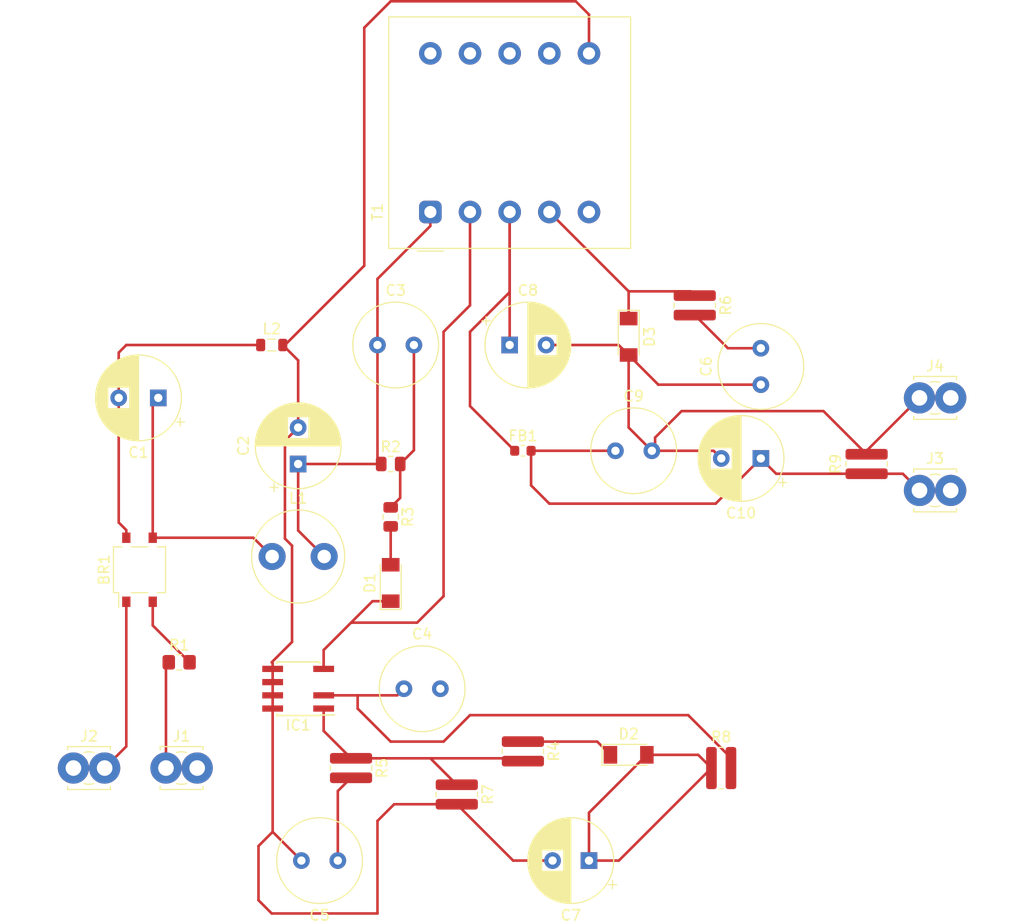
<source format=kicad_pcb>
(kicad_pcb (version 20211014) (generator pcbnew)
  (layers (0 "F.Cu" signal) (31 "B.Cu" signal) (34 "B.Paste" user) (35 "F.Paste" user) (36 "B.SilkS" user "B.Silkscreen") (37 "F.SilkS" user "F.Silkscreen") (38 "B.Mask" user) (39 "F.Mask" user) (44 "Edge.Cuts" user))
  (net 0 "")
  (net 1 "Net-(BR1-Pad1)")
  (net 2 "Net-(BR1-Pad2)")
  (net 3 "Net-(BR1-Pad3)")
  (net 4 "Net-(BR1-Pad4)")
  (net 5 "Net-(C2-Pad1)")
  (net 6 "Net-(C2-Pad2)")
  (net 7 "Net-(C3-Pad2)")
  (net 8 "Net-(C4-Pad1)")
  (net 9 "Net-(C5-Pad1)")
  (net 10 "GND")
  (net 11 "Net-(C6-Pad2)")
  (net 12 "Net-(C7-Pad1)")
  (net 13 "Net-(C8-Pad1)")
  (net 14 "Net-(C10-Pad1)")
  (net 15 "Net-(D1-Pad1)")
  (net 16 "Net-(D1-Pad2)")
  (net 17 "Net-(D2-Pad1)")
  (net 18 "Net-(D3-Pad1)")
  (net 19 "Net-(IC1-Pad1)")
  (net 20 "Net-(J1-Pad1)")
  (footprint "Resistor_SMD:R_0805_2012Metric" (layer "F.Cu") (at 88.9 81.28 -90)
    (fp_text reference "R3" (at 0 -1.65 90) (layer "F.SilkS"))
    (fp_text value "221E")
    (pad "1" smd roundrect (at -0.9125 0 270) (size 1.025 1.4) (layers "F.Cu" "F.Paste" "F.Mask") (roundrect_rratio 0.243902) (net 7 "Net-(C3-Pad2)"))
    (pad "2" smd roundrect (at 0.9125 0 270) (size 1.025 1.4) (layers "F.Cu" "F.Paste" "F.Mask") (roundrect_rratio 0.243902) (net 16 "Net-(D1-Pad2)"))
  )
  (footprint "Resistor_SMD:R_0815_2038Metric" (layer "F.Cu") (at 101.6 103.8075 -90)
    (fp_text reference "R4" (at 0 -2.98 90) (layer "F.SilkS"))
    (fp_text value "16K")
    (pad "1" smd roundrect (at -0.9375 0 270) (size 1.025 4.05) (layers "F.Cu" "F.Paste" "F.Mask") (roundrect_rratio 0.243902) (net 17 "Net-(D2-Pad1)"))
    (pad "2" smd roundrect (at 0.9375 0 270) (size 1.025 4.05) (layers "F.Cu" "F.Paste" "F.Mask") (roundrect_rratio 0.243902) (net 19 "Net-(IC1-Pad1)"))
  )
  (footprint "Resistor_SMD:R_0815_2038Metric" (layer "F.Cu") (at 118.11 60.96 -90)
    (fp_text reference "R6" (at 0 -2.98 90) (layer "F.SilkS"))
    (fp_text value "18E")
    (pad "1" smd roundrect (at -0.9375 0 270) (size 1.025 4.05) (layers "F.Cu" "F.Paste" "F.Mask") (roundrect_rratio 0.243902) (net 18 "Net-(D3-Pad1)"))
    (pad "2" smd roundrect (at 0.9375 0 270) (size 1.025 4.05) (layers "F.Cu" "F.Paste" "F.Mask") (roundrect_rratio 0.243902) (net 11 "Net-(C6-Pad2)"))
  )
  (footprint "TerminalBlock_MetzConnect:TerminalBlock_MetzConnect_360272_1x01_Horizontal_ScrewM2.6" (layer "F.Cu") (at 139.7 78.74)
    (fp_text reference "J3" (at 1.5 -3.06) (layer "F.SilkS"))
    (fp_text value "Screw_Terminal_01x01")
    (pad "1" thru_hole circle (at 3 0) (size 3 3) (drill 1.5) (layers *.Cu *.Mask) (net 14 "Net-(C10-Pad1)"))
    (pad "1" thru_hole circle (at 0 0) (size 3 3) (drill 1.5) (layers *.Cu *.Mask) (net 14 "Net-(C10-Pad1)"))
  )
  (footprint "Diode_SMD:D_MiniMELF" (layer "F.Cu") (at 111.76 63.98 -90)
    (fp_text reference "D3" (at 0 -2 90) (layer "F.SilkS"))
    (fp_text value "SS24-E3_52T")
    (pad "1" smd rect (at -1.75 0 270) (size 1.3 1.7) (layers "F.Cu" "F.Paste" "F.Mask") (net 18 "Net-(D3-Pad1)"))
    (pad "2" smd rect (at 1.75 0 270) (size 1.3 1.7) (layers "F.Cu" "F.Paste" "F.Mask") (net 10 "GND"))
  )
  (footprint "Diode_SMD:D_MiniMELF" (layer "F.Cu") (at 111.76 104.14)
    (fp_text reference "D2" (at 0 -2) (layer "F.SilkS"))
    (fp_text value "CGRM4007-G")
    (pad "1" smd rect (at -1.75 0) (size 1.3 1.7) (layers "F.Cu" "F.Paste" "F.Mask") (net 17 "Net-(D2-Pad1)"))
    (pad "2" smd rect (at 1.75 0) (size 1.3 1.7) (layers "F.Cu" "F.Paste" "F.Mask") (net 12 "Net-(C7-Pad1)"))
  )
  (footprint "Capacitor_THT:CP_Radial_D8.0mm_P3.50mm" (layer "F.Cu") (at 80.01 76.2 90)
    (fp_text reference "C2" (at 1.75 -5.25 90) (layer "F.SilkS"))
    (fp_text value "4.7uF 400V")
    (pad "1" thru_hole rect (at 0 0 90) (size 1.6 1.6) (drill 0.8) (layers *.Cu *.Mask) (net 5 "Net-(C2-Pad1)"))
    (pad "2" thru_hole circle (at 3.5 0 90) (size 1.6 1.6) (drill 0.8) (layers *.Cu *.Mask) (net 6 "Net-(C2-Pad2)"))
  )
  (footprint "TerminalBlock_MetzConnect:TerminalBlock_MetzConnect_360272_1x01_Horizontal_ScrewM2.6" (layer "F.Cu") (at 139.7 69.85)
    (fp_text reference "J4" (at 1.5 -3.06) (layer "F.SilkS"))
    (fp_text value "Screw_Terminal_01x01")
    (pad "1" thru_hole circle (at 0 0) (size 3 3) (drill 1.5) (layers *.Cu *.Mask) (net 10 "GND"))
    (pad "1" thru_hole circle (at 3 0) (size 3 3) (drill 1.5) (layers *.Cu *.Mask) (net 10 "GND"))
  )
  (footprint "Package_TO_SOT_SMD:TO-269AA" (layer "F.Cu") (at 64.77 86.36 90)
    (fp_text reference "BR1" (at 0 -3.4 90) (layer "F.SilkS"))
    (fp_text value "MB6S-TP")
    (pad "1" smd rect (at -3.075 -1.27 90) (size 1 0.8) (layers "F.Cu" "F.Paste" "F.Mask") (net 1 "Net-(BR1-Pad1)"))
    (pad "2" smd rect (at -3.075 1.27 90) (size 1 0.8) (layers "F.Cu" "F.Paste" "F.Mask") (net 2 "Net-(BR1-Pad2)"))
    (pad "3" smd rect (at 3.075 1.27 90) (size 1 0.8) (layers "F.Cu" "F.Paste" "F.Mask") (net 3 "Net-(BR1-Pad3)"))
    (pad "4" smd rect (at 3.075 -1.27 90) (size 1 0.8) (layers "F.Cu" "F.Paste" "F.Mask") (net 4 "Net-(BR1-Pad4)"))
  )
  (footprint "TerminalBlock_MetzConnect:TerminalBlock_MetzConnect_360272_1x01_Horizontal_ScrewM2.6" (layer "F.Cu") (at 58.42 105.41)
    (fp_text reference "J2" (at 1.5 -3.06) (layer "F.SilkS"))
    (fp_text value "Screw_Terminal_01x01")
    (pad "1" thru_hole circle (at 0 0) (size 3 3) (drill 1.5) (layers *.Cu *.Mask) (net 1 "Net-(BR1-Pad1)"))
    (pad "1" thru_hole circle (at 3 0) (size 3 3) (drill 1.5) (layers *.Cu *.Mask) (net 1 "Net-(BR1-Pad1)"))
  )
  (footprint "Capacitor_THT:C_Radial_D8.0mm_H7.0mm_P3.50mm" (layer "F.Cu") (at 83.82 114.3 180)
    (fp_text reference "C5" (at 1.75 -5.25) (layer "F.SilkS"))
    (fp_text value "330pF 50V")
    (pad "1" thru_hole circle (at 0 0 180) (size 1.6 1.6) (drill 0.8) (layers *.Cu *.Mask) (net 9 "Net-(C5-Pad1)"))
    (pad "2" thru_hole circle (at 3.5 0 180) (size 1.6 1.6) (drill 0.8) (layers *.Cu *.Mask) (net 6 "Net-(C2-Pad2)"))
  )
  (footprint "Capacitor_THT:CP_Radial_D8.0mm_P3.80mm" (layer "F.Cu") (at 124.46 75.667349 180)
    (fp_text reference "C10" (at 1.9 -5.25) (layer "F.SilkS"))
    (fp_text value "1nF 50V")
    (pad "1" thru_hole rect (at 0 0 180) (size 1.6 1.6) (drill 0.8) (layers *.Cu *.Mask) (net 14 "Net-(C10-Pad1)"))
    (pad "2" thru_hole circle (at 3.8 0 180) (size 1.6 1.6) (drill 0.8) (layers *.Cu *.Mask) (net 10 "GND"))
  )
  (footprint "Package_SO:PowerIntegrations_SO-8C" (layer "F.Cu") (at 80.01 97.79 180)
    (fp_text reference "IC1" (at 0 -3.5) (layer "F.SilkS"))
    (fp_text value "LNK625DG")
    (pad "1" smd rect (at -2.45 -1.905 180) (size 2 0.6) (layers "F.Cu" "F.Paste" "F.Mask") (net 19 "Net-(IC1-Pad1)"))
    (pad "2" smd rect (at -2.45 -0.635 180) (size 2 0.6) (layers "F.Cu" "F.Paste" "F.Mask") (net 8 "Net-(C4-Pad1)"))
    (pad "4" smd rect (at -2.45 1.905 180) (size 2 0.6) (layers "F.Cu" "F.Paste" "F.Mask") (net 15 "Net-(D1-Pad1)"))
    (pad "5" smd rect (at 2.45 1.905 180) (size 2 0.6) (layers "F.Cu" "F.Paste" "F.Mask") (net 6 "Net-(C2-Pad2)"))
    (pad "6" smd rect (at 2.45 0.635 180) (size 2 0.6) (layers "F.Cu" "F.Paste" "F.Mask") (net 6 "Net-(C2-Pad2)"))
    (pad "7" smd rect (at 2.45 -0.635 180) (size 2 0.6) (layers "F.Cu" "F.Paste" "F.Mask") (net 6 "Net-(C2-Pad2)"))
    (pad "8" smd rect (at 2.45 -1.905 180) (size 2 0.6) (layers "F.Cu" "F.Paste" "F.Mask") (net 6 "Net-(C2-Pad2)"))
  )
  (footprint "Transformer_THT:Transformer_Wuerth_750343373" (layer "F.Cu") (at 92.71 51.9925 90)
    (fp_text reference "T1" (at 0 -5.08 90) (layer "F.SilkS"))
    (fp_text value "EE13")
    (pad "1" thru_hole roundrect (at 0 0 90) (size 2.17 2.17) (drill 1.17) (layers *.Cu *.Mask) (net 5 "Net-(C2-Pad1)"))
    (pad "2" thru_hole circle (at 0 3.81 90) (size 2.17 2.17) (drill 1.17) (layers *.Cu *.Mask) (net 15 "Net-(D1-Pad1)"))
    (pad "3" thru_hole circle (at 0 7.62 90) (size 2.17 2.17) (drill 1.17) (layers *.Cu *.Mask) (net 13 "Net-(C8-Pad1)"))
    (pad "4" thru_hole circle (at 0 11.43 90) (size 2.17 2.17) (drill 1.17) (layers *.Cu *.Mask) (net 18 "Net-(D3-Pad1)"))
    (pad "5" thru_hole circle (at 0 15.24 90) (size 2.17 2.17) (drill 1.17) (layers *.Cu *.Mask) (net 17 "Net-(D2-Pad1)"))
    (pad "6" thru_hole circle (at 15.24 15.24 90) (size 2.17 2.17) (drill 1.17) (layers *.Cu *.Mask) (net 6 "Net-(C2-Pad2)"))
    (pad "7" thru_hole circle (at 15.24 11.43 90) (size 2.17 2.17) (drill 1.17) (layers *.Cu *.Mask))
    (pad "8" thru_hole circle (at 15.24 7.62 90) (size 2.17 2.17) (drill 1.17) (layers *.Cu *.Mask))
    (pad "9" thru_hole circle (at 15.24 3.81 90) (size 2.17 2.17) (drill 1.17) (layers *.Cu *.Mask))
    (pad "10" thru_hole circle (at 15.24 0 90) (size 2.17 2.17) (drill 1.17) (layers *.Cu *.Mask))
  )
  (footprint "Resistor_SMD:R_0815_2038Metric" (layer "F.Cu") (at 85.09 105.41 -90)
    (fp_text reference "R5" (at 0 -2.98 90) (layer "F.SilkS"))
    (fp_text value "105K")
    (pad "1" smd roundrect (at -0.9375 0 270) (size 1.025 4.05) (layers "F.Cu" "F.Paste" "F.Mask") (roundrect_rratio 0.243902) (net 19 "Net-(IC1-Pad1)"))
    (pad "2" smd roundrect (at 0.9375 0 270) (size 1.025 4.05) (layers "F.Cu" "F.Paste" "F.Mask") (roundrect_rratio 0.243902) (net 9 "Net-(C5-Pad1)"))
  )
  (footprint "Inductor_SMD:L_0805_2012Metric" (layer "F.Cu") (at 77.47 64.77)
    (fp_text reference "L2" (at 0 -1.55) (layer "F.SilkS"))
    (fp_text value "4.7 uH")
    (pad "1" smd roundrect (at -1.0625 0) (size 0.875 1.2) (layers "F.Cu" "F.Paste" "F.Mask") (net 4 "Net-(BR1-Pad4)"))
    (pad "2" smd roundrect (at 1.0625 0) (size 0.875 1.2) (layers "F.Cu" "F.Paste" "F.Mask") (net 6 "Net-(C2-Pad2)"))
  )
  (footprint "Capacitor_THT:CP_Radial_D8.0mm_P3.50mm" (layer "F.Cu") (at 107.95 114.3 180)
    (fp_text reference "C7" (at 1.75 -5.25) (layer "F.SilkS"))
    (fp_text value "10uF 25V")
    (pad "1" thru_hole rect (at 0 0 180) (size 1.6 1.6) (drill 0.8) (layers *.Cu *.Mask) (net 12 "Net-(C7-Pad1)"))
    (pad "2" thru_hole circle (at 3.5 0 180) (size 1.6 1.6) (drill 0.8) (layers *.Cu *.Mask) (net 6 "Net-(C2-Pad2)"))
  )
  (footprint "Capacitor_THT:C_Radial_D8.0mm_H7.0mm_P3.50mm" (layer "F.Cu") (at 110.49 74.93)
    (fp_text reference "C9" (at 1.75 -5.25) (layer "F.SilkS"))
    (fp_text value "100uF 10V")
    (pad "1" thru_hole circle (at 0 0) (size 1.6 1.6) (drill 0.8) (layers *.Cu *.Mask) (net 14 "Net-(C10-Pad1)"))
    (pad "2" thru_hole circle (at 3.5 0) (size 1.6 1.6) (drill 0.8) (layers *.Cu *.Mask) (net 10 "GND"))
  )
  (footprint "Capacitor_THT:CP_Radial_D8.0mm_P3.80mm" (layer "F.Cu") (at 66.572651 69.85 180)
    (fp_text reference "C1" (at 1.9 -5.25) (layer "F.SilkS"))
    (fp_text value "4.7uF 400V")
    (pad "1" thru_hole rect (at 0 0 180) (size 1.6 1.6) (drill 0.8) (layers *.Cu *.Mask) (net 3 "Net-(BR1-Pad3)"))
    (pad "2" thru_hole circle (at 3.8 0 180) (size 1.6 1.6) (drill 0.8) (layers *.Cu *.Mask) (net 4 "Net-(BR1-Pad4)"))
  )
  (footprint "Capacitor_THT:CP_Radial_D8.0mm_P3.50mm" (layer "F.Cu") (at 100.33 64.77)
    (fp_text reference "C8" (at 1.75 -5.25) (layer "F.SilkS"))
    (fp_text value "470uF 10V")
    (pad "1" thru_hole rect (at 0 0) (size 1.6 1.6) (drill 0.8) (layers *.Cu *.Mask) (net 13 "Net-(C8-Pad1)"))
    (pad "2" thru_hole circle (at 3.5 0) (size 1.6 1.6) (drill 0.8) (layers *.Cu *.Mask) (net 10 "GND"))
  )
  (footprint "Resistor_SMD:R_0815_2038Metric" (layer "F.Cu") (at 120.65 105.41)
    (fp_text reference "R8" (at 0 -2.98) (layer "F.SilkS"))
    (fp_text value "3.92K")
    (pad "1" smd roundrect (at -0.9375 0) (size 1.025 4.05) (layers "F.Cu" "F.Paste" "F.Mask") (roundrect_rratio 0.243902) (net 12 "Net-(C7-Pad1)"))
    (pad "2" smd roundrect (at 0.9375 0) (size 1.025 4.05) (layers "F.Cu" "F.Paste" "F.Mask") (roundrect_rratio 0.243902) (net 8 "Net-(C4-Pad1)"))
  )
  (footprint "Inductor_SMD:L_0603_1608Metric" (layer "F.Cu") (at 101.6 74.93)
    (fp_text reference "FB1" (at 0 -1.43) (layer "F.SilkS"))
    (fp_text value "FerriteBead_Small")
    (pad "1" smd roundrect (at -0.7875 0) (size 0.875 0.95) (layers "F.Cu" "F.Paste" "F.Mask") (net 13 "Net-(C8-Pad1)"))
    (pad "2" smd roundrect (at 0.7875 0) (size 0.875 0.95) (layers "F.Cu" "F.Paste" "F.Mask") (net 14 "Net-(C10-Pad1)"))
  )
  (footprint "Diode_SMD:D_MiniMELF" (layer "F.Cu") (at 88.9 87.63 90)
    (fp_text reference "D1" (at 0 -2 90) (layer "F.SilkS"))
    (fp_text value "CGRM4007-G")
    (pad "1" smd rect (at -1.75 0 90) (size 1.3 1.7) (layers "F.Cu" "F.Paste" "F.Mask") (net 15 "Net-(D1-Pad1)"))
    (pad "2" smd rect (at 1.75 0 90) (size 1.3 1.7) (layers "F.Cu" "F.Paste" "F.Mask") (net 16 "Net-(D1-Pad2)"))
  )
  (footprint "Capacitor_THT:C_Radial_D8.0mm_H7.0mm_P3.50mm" (layer "F.Cu") (at 90.17 97.79)
    (fp_text reference "C4" (at 1.75 -5.25) (layer "F.SilkS"))
    (fp_text value "1uF 50V")
    (pad "1" thru_hole circle (at 0 0) (size 1.6 1.6) (drill 0.8) (layers *.Cu *.Mask) (net 8 "Net-(C4-Pad1)"))
    (pad "2" thru_hole circle (at 3.5 0) (size 1.6 1.6) (drill 0.8) (layers *.Cu *.Mask) (net 6 "Net-(C2-Pad2)"))
  )
  (footprint "Resistor_SMD:R_0805_2012Metric" (layer "F.Cu") (at 88.9 76.2)
    (fp_text reference "R2" (at 0 -1.65) (layer "F.SilkS"))
    (fp_text value "180K")
    (pad "1" smd roundrect (at -0.9125 0) (size 1.025 1.4) (layers "F.Cu" "F.Paste" "F.Mask") (roundrect_rratio 0.243902) (net 5 "Net-(C2-Pad1)"))
    (pad "2" smd roundrect (at 0.9125 0) (size 1.025 1.4) (layers "F.Cu" "F.Paste" "F.Mask") (roundrect_rratio 0.243902) (net 7 "Net-(C3-Pad2)"))
  )
  (footprint "Inductor_THT:L_Radial_D8.7mm_P5.00mm_Fastron_07HCP" (layer "F.Cu") (at 77.51 85.09)
    (fp_text reference "L1" (at 2.5 -5.6) (layer "F.SilkS"))
    (fp_text value "1.2 mH")
    (pad "1" thru_hole circle (at 0 0) (size 2.6 2.6) (drill 1.3) (layers *.Cu *.Mask) (net 3 "Net-(BR1-Pad3)"))
    (pad "2" thru_hole circle (at 5 0) (size 2.6 2.6) (drill 1.3) (layers *.Cu *.Mask) (net 5 "Net-(C2-Pad1)"))
  )
  (footprint "Resistor_SMD:R_0805_2012Metric_Pad1.20x1.40mm_HandSolder" (layer "F.Cu") (at 68.58 95.25)
    (fp_text reference "R1" (at 0 -1.65) (layer "F.SilkS"))
    (fp_text value "0805--10E")
    (pad "1" smd roundrect (at -1 0) (size 1.2 1.4) (layers "F.Cu" "F.Paste" "F.Mask") (roundrect_rratio 0.208333) (net 20 "Net-(J1-Pad1)"))
    (pad "2" smd roundrect (at 1 0) (size 1.2 1.4) (layers "F.Cu" "F.Paste" "F.Mask") (roundrect_rratio 0.208333) (net 2 "Net-(BR1-Pad2)"))
  )
  (footprint "Capacitor_THT:C_Radial_D8.0mm_H7.0mm_P3.50mm" (layer "F.Cu") (at 87.63 64.77)
    (fp_text reference "C3" (at 1.75 -5.25) (layer "F.SilkS"))
    (fp_text value "1nF 250V")
    (pad "1" thru_hole circle (at 0 0) (size 1.6 1.6) (drill 0.8) (layers *.Cu *.Mask) (net 5 "Net-(C2-Pad1)"))
    (pad "2" thru_hole circle (at 3.5 0) (size 1.6 1.6) (drill 0.8) (layers *.Cu *.Mask) (net 7 "Net-(C3-Pad2)"))
  )
  (footprint "Capacitor_THT:C_Radial_D8.0mm_H7.0mm_P3.50mm" (layer "F.Cu") (at 124.46 68.58 90)
    (fp_text reference "C6" (at 1.75 -5.25 90) (layer "F.SilkS"))
    (fp_text value "1nF 50V")
    (pad "1" thru_hole circle (at 0 0 90) (size 1.6 1.6) (drill 0.8) (layers *.Cu *.Mask) (net 10 "GND"))
    (pad "2" thru_hole circle (at 3.5 0 90) (size 1.6 1.6) (drill 0.8) (layers *.Cu *.Mask) (net 11 "Net-(C6-Pad2)"))
  )
  (footprint "Resistor_SMD:R_0815_2038Metric" (layer "F.Cu") (at 134.62 76.2 90)
    (fp_text reference "R9" (at 0 -2.98 90) (layer "F.SilkS"))
    (fp_text value "909E")
    (pad "1" smd roundrect (at -0.9375 0 90) (size 1.025 4.05) (layers "F.Cu" "F.Paste" "F.Mask") (roundrect_rratio 0.243902) (net 14 "Net-(C10-Pad1)"))
    (pad "2" smd roundrect (at 0.9375 0 90) (size 1.025 4.05) (layers "F.Cu" "F.Paste" "F.Mask") (roundrect_rratio 0.243902) (net 10 "GND"))
  )
  (footprint "TerminalBlock_MetzConnect:TerminalBlock_MetzConnect_360272_1x01_Horizontal_ScrewM2.6" (layer "F.Cu") (at 67.31 105.41)
    (fp_text reference "J1" (at 1.5 -3.06) (layer "F.SilkS"))
    (fp_text value "Screw_Terminal_01x01")
    (pad "1" thru_hole circle (at 0 0) (size 3 3) (drill 1.5) (layers *.Cu *.Mask) (net 20 "Net-(J1-Pad1)"))
    (pad "1" thru_hole circle (at 3 0) (size 3 3) (drill 1.5) (layers *.Cu *.Mask) (net 20 "Net-(J1-Pad1)"))
  )
  (footprint "Resistor_SMD:R_0815_2038Metric" (layer "F.Cu") (at 95.25 107.95 -90)
    (fp_text reference "R7" (at 0 -2.98 90) (layer "F.SilkS"))
    (fp_text value "4.7K")
    (pad "1" smd roundrect (at -0.9375 0 270) (size 1.025 4.05) (layers "F.Cu" "F.Paste" "F.Mask") (roundrect_rratio 0.243902) (net 19 "Net-(IC1-Pad1)"))
    (pad "2" smd roundrect (at 0.9375 0 270) (size 1.025 4.05) (layers "F.Cu" "F.Paste" "F.Mask") (roundrect_rratio 0.243902) (net 6 "Net-(C2-Pad2)"))
  )
  (segment (start 63.5 103.33) (end 61.42 105.41) (width 0.25) (layer "F.Cu") (net 1))
  (segment (start 63.5 89.435) (end 63.5 103.33) (width 0.25) (layer "F.Cu") (net 1))
  (segment (start 66.04 91.71) (end 69.58 95.25) (width 0.25) (layer "F.Cu") (net 2))
  (segment (start 66.04 89.435) (end 66.04 91.71) (width 0.25) (layer "F.Cu") (net 2))
  (segment (start 66.04 70.382651) (end 66.572651 69.85) (width 0.25) (layer "F.Cu") (net 3))
  (segment (start 66.04 83.285) (end 66.04 70.382651) (width 0.25) (layer "F.Cu") (net 3))
  (segment (start 77.51 85.09) (end 75.705 83.285) (width 0.25) (layer "F.Cu") (net 3))
  (segment (start 75.705 83.285) (end 66.04 83.285) (width 0.25) (layer "F.Cu") (net 3))
  (segment (start 62.772651 69.85) (end 62.772651 65.497349) (width 0.25) (layer "F.Cu") (net 4))
  (segment (start 62.772651 65.497349) (end 63.5 64.77) (width 0.25) (layer "F.Cu") (net 4))
  (segment (start 63.5 64.77) (end 76.4075 64.77) (width 0.25) (layer "F.Cu") (net 4))
  (segment (start 62.772651 69.85) (end 62.772651 81.822651) (width 0.25) (layer "F.Cu") (net 4))
  (segment (start 62.772651 81.822651) (end 63.5 82.55) (width 0.25) (layer "F.Cu") (net 4))
  (segment (start 63.5 82.55) (end 63.5 83.285) (width 0.25) (layer "F.Cu") (net 4))
  (segment (start 92.71 53.34) (end 92.71 51.9925) (width 0.25) (layer "F.Cu") (net 5))
  (segment (start 87.63 75.8425) (end 87.63 64.77) (width 0.25) (layer "F.Cu") (net 5))
  (segment (start 87.9875 76.2) (end 87.63 75.8425) (width 0.25) (layer "F.Cu") (net 5))
  (segment (start 80.01 82.59) (end 82.51 85.09) (width 0.25) (layer "F.Cu") (net 5))
  (segment (start 87.63 58.42) (end 92.71 53.34) (width 0.25) (layer "F.Cu") (net 5))
  (segment (start 87.63 58.42) (end 87.63 64.77) (width 0.25) (layer "F.Cu") (net 5))
  (segment (start 80.01 76.2) (end 87.9875 76.2) (width 0.25) (layer "F.Cu") (net 5))
  (segment (start 80.01 76.2) (end 80.01 82.59) (width 0.25) (layer "F.Cu") (net 5))
  (segment (start 80.01 66.2475) (end 80.01 72.7) (width 0.25) (layer "F.Cu") (net 6))
  (segment (start 104.45 114.3) (end 100.6625 114.3) (width 0.25) (layer "F.Cu") (net 6))
  (segment (start 95.25 108.8875) (end 89.2325 108.8875) (width 0.25) (layer "F.Cu") (net 6))
  (segment (start 106.68 31.75) (end 88.9 31.75) (width 0.25) (layer "F.Cu") (net 6))
  (segment (start 77.47 119.38) (end 76.2 118.11) (width 0.25) (layer "F.Cu") (net 6))
  (segment (start 107.95 33.02) (end 106.68 31.75) (width 0.25) (layer "F.Cu") (net 6))
  (segment (start 88.9 31.75) (end 86.36 34.29) (width 0.25) (layer "F.Cu") (net 6))
  (segment (start 100.6625 114.3) (end 95.25 108.8875) (width 0.25) (layer "F.Cu") (net 6))
  (segment (start 77.56 99.695) (end 77.56 111.54) (width 0.25) (layer "F.Cu") (net 6))
  (segment (start 77.56 95.34) (end 77.56 99.695) (width 0.25) (layer "F.Cu") (net 6))
  (segment (start 76.2 118.11) (end 76.2 112.9) (width 0.25) (layer "F.Cu") (net 6))
  (segment (start 79.420707 93.299293) (end 77.47 95.25) (width 0.25) (layer "F.Cu") (net 6))
  (segment (start 78.74 73.97) (end 78.74 83.364292) (width 0.25) (layer "F.Cu") (net 6))
  (segment (start 107.95 36.7525) (end 107.95 33.02) (width 0.25) (layer "F.Cu") (net 6))
  (segment (start 78.74 64.77) (end 78.5325 64.77) (width 0.25) (layer "F.Cu") (net 6))
  (segment (start 80.01 72.7) (end 78.74 73.97) (width 0.25) (layer "F.Cu") (net 6))
  (segment (start 89.2325 108.8875) (end 87.63 110.49) (width 0.25) (layer "F.Cu") (net 6))
  (segment (start 87.63 110.49) (end 87.63 119.38) (width 0.25) (layer "F.Cu") (net 6))
  (segment (start 86.36 34.29) (end 86.36 57.15) (width 0.25) (layer "F.Cu") (net 6))
  (segment (start 77.56 111.54) (end 80.32 114.3) (width 0.25) (layer "F.Cu") (net 6))
  (segment (start 77.47 95.25) (end 77.56 95.34) (width 0.25) (layer "F.Cu") (net 6))
  (segment (start 87.63 119.38) (end 77.47 119.38) (width 0.25) (layer "F.Cu") (net 6))
  (segment (start 86.36 57.15) (end 78.74 64.77) (width 0.25) (layer "F.Cu") (net 6))
  (segment (start 76.2 112.9) (end 77.56 111.54) (width 0.25) (layer "F.Cu") (net 6))
  (segment (start 78.5325 64.77) (end 80.01 66.2475) (width 0.25) (layer "F.Cu") (net 6))
  (segment (start 79.420707 84.044999) (end 79.420707 93.299293) (width 0.25) (layer "F.Cu") (net 6))
  (segment (start 78.74 83.364292) (end 79.420707 84.044999) (width 0.25) (layer "F.Cu") (net 6))
  (segment (start 91.13 64.77) (end 91.13 74.8825) (width 0.25) (layer "F.Cu") (net 7))
  (segment (start 91.13 74.8825) (end 89.8125 76.2) (width 0.25) (layer "F.Cu") (net 7))
  (segment (start 89.8125 79.455) (end 88.9 80.3675) (width 0.25) (layer "F.Cu") (net 7))
  (segment (start 89.8125 76.2) (end 89.8125 79.455) (width 0.25) (layer "F.Cu") (net 7))
  (segment (start 88.9 102.87) (end 85.725 99.695) (width 0.25) (layer "F.Cu") (net 8))
  (segment (start 93.98 102.87) (end 88.9 102.87) (width 0.25) (layer "F.Cu") (net 8))
  (segment (start 85.725 99.695) (end 85.725 98.425) (width 0.25) (layer "F.Cu") (net 8))
  (segment (start 96.52 100.33) (end 93.98 102.87) (width 0.25) (layer "F.Cu") (net 8))
  (segment (start 85.725 98.425) (end 89.535 98.425) (width 0.25) (layer "F.Cu") (net 8))
  (segment (start 121.5875 104.434327) (end 117.483173 100.33) (width 0.25) (layer "F.Cu") (net 8))
  (segment (start 82.46 98.425) (end 85.725 98.425) (width 0.25) (layer "F.Cu") (net 8))
  (segment (start 117.483173 100.33) (end 96.52 100.33) (width 0.25) (layer "F.Cu") (net 8))
  (segment (start 121.5875 105.41) (end 121.5875 104.434327) (width 0.25) (layer "F.Cu") (net 8))
  (segment (start 89.535 98.425) (end 90.17 97.79) (width 0.25) (layer "F.Cu") (net 8))
  (segment (start 83.82 107.6175) (end 85.09 106.3475) (width 0.25) (layer "F.Cu") (net 9))
  (segment (start 83.82 114.3) (end 83.82 107.6175) (width 0.25) (layer "F.Cu") (net 9))
  (segment (start 103.83 64.77) (end 110.8 64.77) (width 0.25) (layer "F.Cu") (net 10))
  (segment (start 111.76 65.73) (end 111.76 72.7) (width 0.25) (layer "F.Cu") (net 10))
  (segment (start 134.62 74.93) (end 139.7 69.85) (width 0.25) (layer "F.Cu") (net 10))
  (segment (start 110.8 64.77) (end 111.76 65.73) (width 0.25) (layer "F.Cu") (net 10))
  (segment (start 114.61 68.58) (end 111.76 65.73) (width 0.25) (layer "F.Cu") (net 10))
  (segment (start 134.62 75.2625) (end 130.4775 71.12) (width 0.25) (layer "F.Cu") (net 10))
  (segment (start 114.3 73.66) (end 114.3 74.93) (width 0.25) (layer "F.Cu") (net 10))
  (segment (start 134.62 75.2625) (end 134.62 74.93) (width 0.25) (layer "F.Cu") (net 10))
  (segment (start 113.99 74.93) (end 119.922651 74.93) (width 0.25) (layer "F.Cu") (net 10))
  (segment (start 130.4775 71.12) (end 116.84 71.12) (width 0.25) (layer "F.Cu") (net 10))
  (segment (start 114.3 74.93) (end 113.99 74.93) (width 0.25) (layer "F.Cu") (net 10))
  (segment (start 116.84 71.12) (end 114.3 73.66) (width 0.25) (layer "F.Cu") (net 10))
  (segment (start 119.922651 74.93) (end 120.66 75.667349) (width 0.25) (layer "F.Cu") (net 10))
  (segment (start 124.46 68.58) (end 114.61 68.58) (width 0.25) (layer "F.Cu") (net 10))
  (segment (start 111.76 72.7) (end 113.99 74.93) (width 0.25) (layer "F.Cu") (net 10))
  (segment (start 124.46 65.08) (end 121.2925 65.08) (width 0.25) (layer "F.Cu") (net 11))
  (segment (start 121.2925 65.08) (end 118.11 61.8975) (width 0.25) (layer "F.Cu") (net 11))
  (segment (start 107.95 109.7) (end 113.51 104.14) (width 0.25) (layer "F.Cu") (net 12))
  (segment (start 118.4425 104.14) (end 113.51 104.14) (width 0.25) (layer "F.Cu") (net 12))
  (segment (start 119.7125 105.41) (end 118.4425 104.14) (width 0.25) (layer "F.Cu") (net 12))
  (segment (start 107.95 114.3) (end 107.95 109.7) (width 0.25) (layer "F.Cu") (net 12))
  (segment (start 110.8225 114.3) (end 119.7125 105.41) (width 0.25) (layer "F.Cu") (net 12))
  (segment (start 107.95 114.3) (end 110.8225 114.3) (width 0.25) (layer "F.Cu") (net 12))
  (segment (start 96.52 70.6375) (end 100.8125 74.93) (width 0.25) (layer "F.Cu") (net 13))
  (segment (start 100.33 51.9925) (end 100.33 59.69) (width 0.25) (layer "F.Cu") (net 13))
  (segment (start 96.52 63.5) (end 96.52 70.6375) (width 0.25) (layer "F.Cu") (net 13))
  (segment (start 100.33 59.69) (end 96.52 63.5) (width 0.25) (layer "F.Cu") (net 13))
  (segment (start 100.33 51.9925) (end 100.33 64.77) (width 0.25) (layer "F.Cu") (net 13))
  (segment (start 124.46 75.667349) (end 125.930151 77.1375) (width 0.25) (layer "F.Cu") (net 14))
  (segment (start 102.3875 78.2575) (end 102.3875 74.93) (width 0.25) (layer "F.Cu") (net 14))
  (segment (start 102.3875 74.93) (end 110.49 74.93) (width 0.25) (layer "F.Cu") (net 14))
  (segment (start 124.46 75.667349) (end 120.117349 80.01) (width 0.25) (layer "F.Cu") (net 14))
  (segment (start 134.62 77.1375) (end 138.0975 77.1375) (width 0.25) (layer "F.Cu") (net 14))
  (segment (start 120.117349 80.01) (end 104.14 80.01) (width 0.25) (layer "F.Cu") (net 14))
  (segment (start 125.930151 77.1375) (end 134.62 77.1375) (width 0.25) (layer "F.Cu") (net 14))
  (segment (start 104.14 80.01) (end 102.3875 78.2575) (width 0.25) (layer "F.Cu") (net 14))
  (segment (start 138.0975 77.1375) (end 139.7 78.74) (width 0.25) (layer "F.Cu") (net 14))
  (segment (start 87.15 89.38) (end 82.46 94.07) (width 0.25) (layer "F.Cu") (net 15))
  (segment (start 82.46 94.07) (end 82.46 95.885) (width 0.25) (layer "F.Cu") (net 15))
  (segment (start 85.09 91.44) (end 91.44 91.44) (width 0.25) (layer "F.Cu") (net 15))
  (segment (start 93.98 63.5) (end 96.52 60.96) (width 0.25) (layer "F.Cu") (net 15))
  (segment (start 96.52 60.96) (end 96.52 51.9925) (width 0.25) (layer "F.Cu") (net 15))
  (segment (start 93.98 88.9) (end 93.98 63.5) (width 0.25) (layer "F.Cu") (net 15))
  (segment (start 91.44 91.44) (end 93.98 88.9) (width 0.25) (layer "F.Cu") (net 15))
  (segment (start 88.9 89.38) (end 87.15 89.38) (width 0.25) (layer "F.Cu") (net 15))
  (segment (start 88.9 82.1925) (end 88.9 85.88) (width 0.25) (layer "F.Cu") (net 16))
  (segment (start 101.6 102.87) (end 108.74 102.87) (width 0.25) (layer "F.Cu") (net 17))
  (segment (start 108.74 102.87) (end 110.01 104.14) (width 0.25) (layer "F.Cu") (net 17))
  (segment (start 111.76 59.6125) (end 117.7 59.6125) (width 0.25) (layer "F.Cu") (net 18))
  (segment (start 111.76 59.6125) (end 104.14 51.9925) (width 0.25) (layer "F.Cu") (net 18))
  (segment (start 111.76 62.23) (end 111.76 59.6125) (width 0.25) (layer "F.Cu") (net 18))
  (segment (start 117.7 59.6125) (end 118.11 60.0225) (width 0.25) (layer "F.Cu") (net 18))
  (segment (start 101.3275 104.4725) (end 92.71 104.4725) (width 0.25) (layer "F.Cu") (net 19))
  (segment (start 85.09 104.4725) (end 82.46 101.8425) (width 0.25) (layer "F.Cu") (net 19))
  (segment (start 92.71 104.4725) (end 85.09 104.4725) (width 0.25) (layer "F.Cu") (net 19))
  (segment (start 101.6 104.745) (end 101.3275 104.4725) (width 0.25) (layer "F.Cu") (net 19))
  (segment (start 82.46 101.8425) (end 82.46 99.695) (width 0.25) (layer "F.Cu") (net 19))
  (segment (start 95.25 107.0125) (end 92.71 104.4725) (width 0.25) (layer "F.Cu") (net 19))
  (segment (start 67.31 95.52) (end 67.31 105.41) (width 0.25) (layer "F.Cu") (net 20))
  (segment (start 67.58 95.25) (end 67.31 95.52) (width 0.25) (layer "F.Cu") (net 20))
)
</source>
